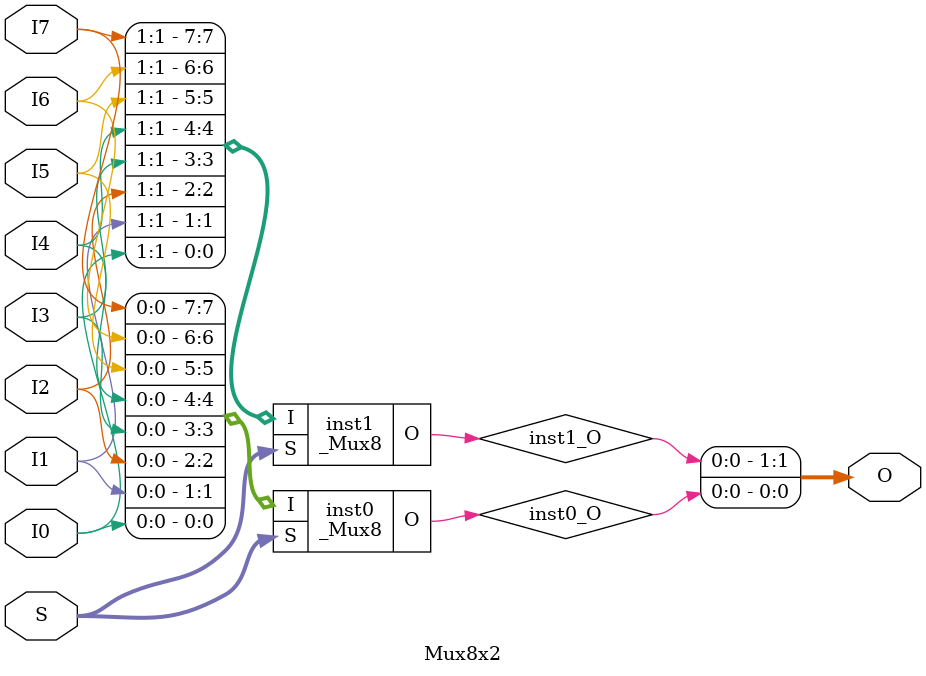
<source format=v>
module _Mux2 (input [1:0] I, input  S, output  O);
wire  inst0_out;
coreir_bitmux inst0 (.in0(I[0]), .in1(I[1]), .sel(S), .out(inst0_out));
assign O = inst0_out;
endmodule

module _Mux4 (input [3:0] I, input [1:0] S, output  O);
wire  inst0_O;
wire  inst1_O;
wire  inst2_O;
_Mux2 inst0 (.I({I[1],I[0]}), .S(S[0]), .O(inst0_O));
_Mux2 inst1 (.I({I[3],I[2]}), .S(S[0]), .O(inst1_O));
_Mux2 inst2 (.I({inst1_O,inst0_O}), .S(S[1]), .O(inst2_O));
assign O = inst2_O;
endmodule

module _Mux8 (input [7:0] I, input [2:0] S, output  O);
wire  inst0_O;
wire  inst1_O;
wire  inst2_O;
_Mux4 inst0 (.I({I[3],I[2],I[1],I[0]}), .S({S[1],S[0]}), .O(inst0_O));
_Mux4 inst1 (.I({I[7],I[6],I[5],I[4]}), .S({S[1],S[0]}), .O(inst1_O));
_Mux2 inst2 (.I({inst1_O,inst0_O}), .S(S[2]), .O(inst2_O));
assign O = inst2_O;
endmodule

module Mux8x2 (input [1:0] I0, input [1:0] I1, input [1:0] I2, input [1:0] I3, input [1:0] I4, input [1:0] I5, input [1:0] I6, input [1:0] I7, input [2:0] S, output [1:0] O);
wire  inst0_O;
wire  inst1_O;
_Mux8 inst0 (.I({I7[0],I6[0],I5[0],I4[0],I3[0],I2[0],I1[0],I0[0]}), .S(S), .O(inst0_O));
_Mux8 inst1 (.I({I7[1],I6[1],I5[1],I4[1],I3[1],I2[1],I1[1],I0[1]}), .S(S), .O(inst1_O));
assign O = {inst1_O,inst0_O};
endmodule


</source>
